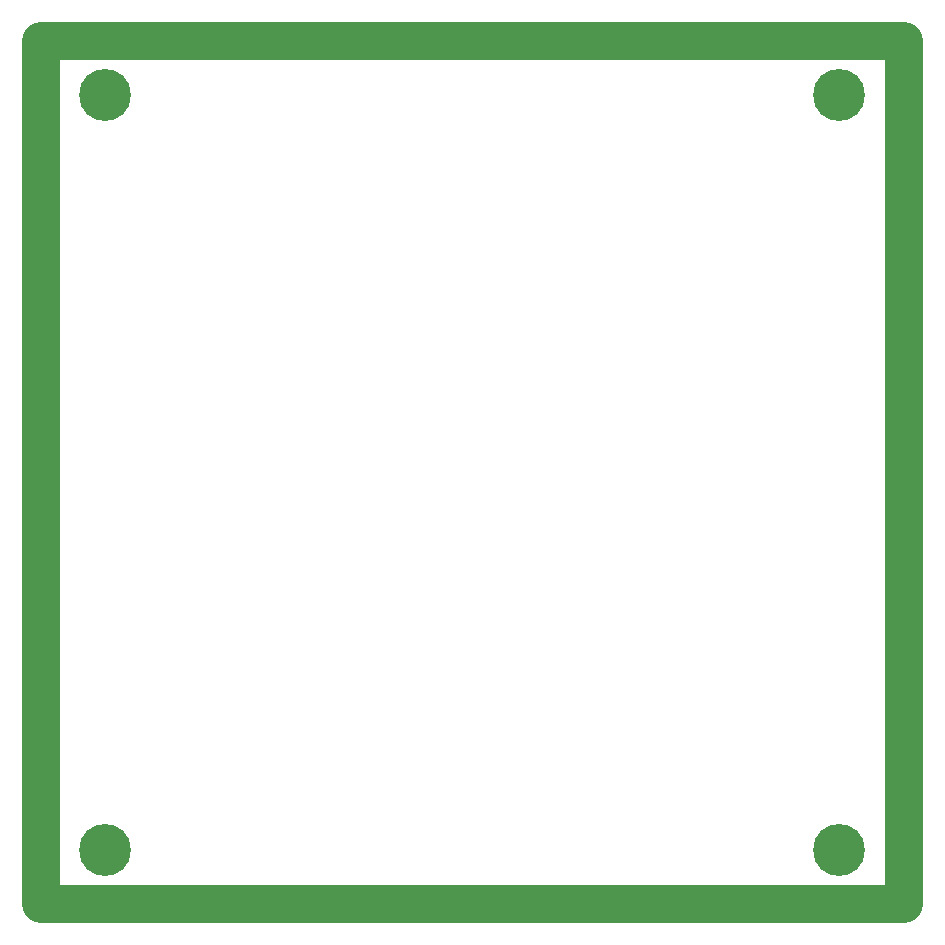
<source format=gbr>
%TF.GenerationSoftware,KiCad,Pcbnew,7.0.5-0*%
%TF.CreationDate,2024-04-21T20:10:05-04:00*%
%TF.ProjectId,swr_meter_right,7377725f-6d65-4746-9572-5f7269676874,rev?*%
%TF.SameCoordinates,Original*%
%TF.FileFunction,Soldermask,Bot*%
%TF.FilePolarity,Negative*%
%FSLAX46Y46*%
G04 Gerber Fmt 4.6, Leading zero omitted, Abs format (unit mm)*
G04 Created by KiCad (PCBNEW 7.0.5-0) date 2024-04-21 20:10:05*
%MOMM*%
%LPD*%
G01*
G04 APERTURE LIST*
%ADD10C,3.200000*%
%ADD11C,4.400000*%
G04 APERTURE END LIST*
D10*
%TO.C,REF\u002A\u002A*%
X100045996Y-25419997D02*
X173045996Y-25419997D01*
X173045996Y-25419997D02*
X173045996Y-98419997D01*
X173045996Y-98419997D02*
X100045996Y-98419997D01*
X100045996Y-98419997D02*
X100045996Y-25419997D01*
%TD*%
D11*
%TO.C,H12*%
X105403996Y-93839997D03*
%TD*%
%TO.C,H4*%
X167595996Y-93839997D03*
%TD*%
%TO.C,H11*%
X105403996Y-29969997D03*
%TD*%
%TO.C,H3*%
X167595996Y-29969997D03*
%TD*%
M02*

</source>
